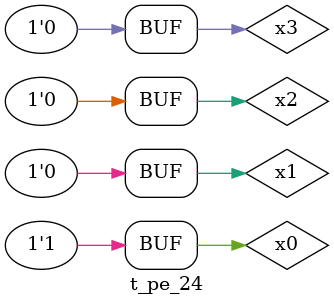
<source format=v>
module t_pe_24();
wire y0,y1;
reg x0,x1,x2,x3;

pe_24 m1(y0,y1,x0,x1,x2,x3);

initial begin
x0=1;x1=1;x2=1;x3=1;
#5 x0=1;x1=1;x2=1;x3=0;
#5 x0=1;x1=1;x2=0;x3=0;
#5 x0=1;x1=0;x2=0;x3=0;
end

endmodule

</source>
